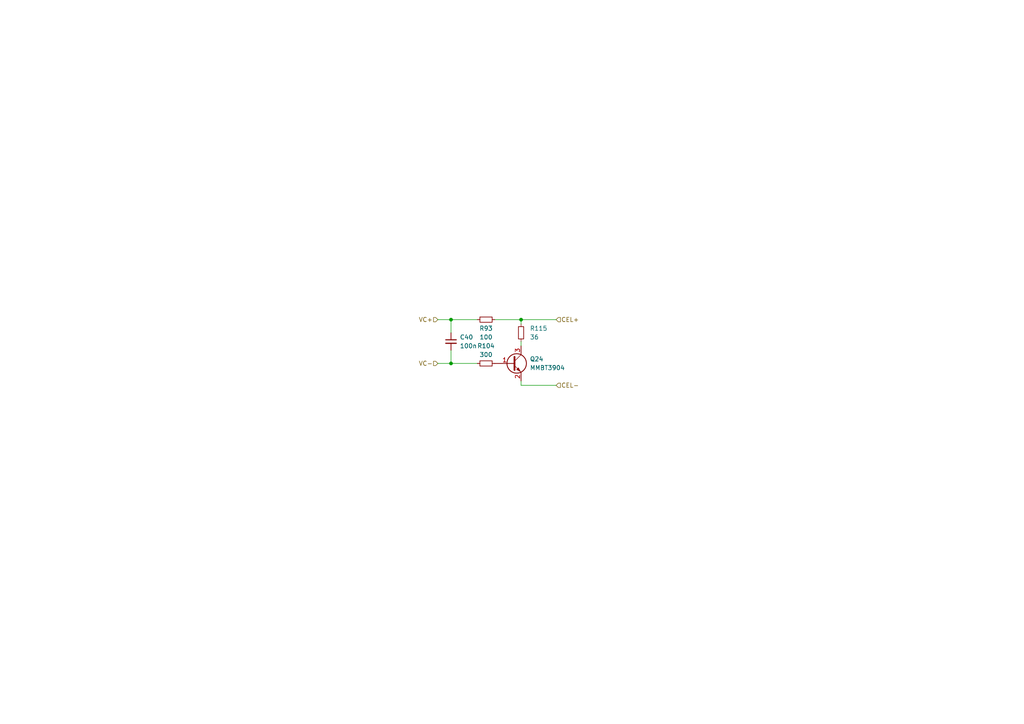
<source format=kicad_sch>
(kicad_sch (version 20250114) (generator "eeschema") (generator_version "9.0")
  (paper "A4")
  (lib_symbols
    (symbol "Device:C_Small" (pin_numbers (hide yes)) (pin_names (offset 0.254) (hide yes))
      (property "Reference" "C" (at 0.254 1.778 0))
      (property "Value" "C_Small" (at 0.254 -2.032 0))
      (symbol "C_Small_0_1"
        (polyline (pts (xy -1.524 0.508) (xy 1.524 0.508)) (stroke (width 0.3048)))
        (polyline (pts (xy -1.524 -0.508) (xy 1.524 -0.508)) (stroke (width 0.3302)))
      )
      (symbol "C_Small_1_1"
        (pin passive line (at 0 2.54 270) (length 2.032) (name "~") (number "1"))
        (pin passive line (at 0 -2.54 90) (length 2.032) (name "~") (number "2"))
      )
    )
    (symbol "Device:R_Small" (pin_numbers (hide yes)) (pin_names (offset 0.254) (hide yes))
      (property "Reference" "R" (at 0.762 0.508 0))
      (property "Value" "R_Small" (at 0.762 -1.016 0))
      (symbol "R_Small_0_1"
        (rectangle (start -0.762 1.778) (end 0.762 -1.778) (stroke (width 0.2032)))
      )
      (symbol "R_Small_1_1"
        (pin passive line (at 0 2.54 270) (length 0.762) (name "~") (number "1"))
        (pin passive line (at 0 -2.54 90) (length 0.762) (name "~") (number "2"))
      )
    )
    (symbol "Transistor_BJT:MMBT3904" (pin_names (offset 0) (hide yes))
      (property "Reference" "Q" (at 5.08 1.905 0))
      (property "Value" "MMBT3904" (at 5.08 0 0))
      (symbol "MMBT3904_0_1"
        (polyline (pts (xy 0.635 1.905) (xy 0.635 -1.905) (xy 0.635 -1.905)) (stroke (width 0.508)))
        (polyline (pts (xy 0.635 0.635) (xy 2.54 2.54)))
        (polyline (pts (xy 0.635 -0.635) (xy 2.54 -2.54) (xy 2.54 -2.54)))
        (circle (center 1.27 0) (radius 2.8194) (stroke (width 0.254)))
        (polyline (pts (xy 1.27 -1.778) (xy 1.778 -1.27) (xy 2.286 -2.286) (xy 1.27 -1.778) (xy 1.27 -1.778)) (fill (type outline)))
      )
      (symbol "MMBT3904_1_1"
        (pin input line (at -5.08 0 0) (length 5.715) (name "B") (number "1"))
        (pin passive line (at 2.54 5.08 270) (length 2.54) (name "C") (number "3"))
        (pin passive line (at 2.54 -5.08 90) (length 2.54) (name "E") (number "2"))
      )
    )
  )
  (junction (at 151.13 92.71))
  (junction (at 130.81 105.41))
  (junction (at 130.81 92.71))
  (wire (pts (xy 130.81 92.71) (xy 138.43 92.71)))
  (wire (pts (xy 127 92.71) (xy 130.81 92.71)))
  (wire (pts (xy 143.51 92.71) (xy 151.13 92.71)))
  (wire (pts (xy 151.13 92.71) (xy 151.13 93.98)))
  (wire (pts (xy 130.81 101.6) (xy 130.81 105.41)))
  (wire (pts (xy 151.13 92.71) (xy 161.29 92.71)))
  (wire (pts (xy 151.13 111.76) (xy 151.13 110.49)))
  (wire (pts (xy 161.29 111.76) (xy 151.13 111.76)))
  (wire (pts (xy 130.81 105.41) (xy 138.43 105.41)))
  (wire (pts (xy 151.13 99.06) (xy 151.13 100.33)))
  (wire (pts (xy 130.81 92.71) (xy 130.81 96.52)))
  (wire (pts (xy 127 105.41) (xy 130.81 105.41)))
  (hierarchical_label "VC+" (shape input) (at 127 92.71 180))
  (hierarchical_label "CEL+" (shape input) (at 161.29 92.71 0))
  (hierarchical_label "VC-" (shape input) (at 127 105.41 180))
  (hierarchical_label "CEL-" (shape input) (at 161.29 111.76 0))
  (symbol (lib_id "Device:C_Small") (at 130.81 99.06 0) (unit 1)
    (property "Reference" "C20" (at 133.35 97.7962 0) (effects (justify left)))
    (property "Value" "100n" (at 133.35 100.3362 0) (effects (justify left)))
    (property "Footprint" "Capacitor_SMD:C_0402_1005Metric" (effects (hide yes)))
    (property "Description" "Unpolarized capacitor, small symbol" (effects (hide yes)))
    (instances (project "greenmobi-bms" (path "" (reference "C40") (unit 1)) (path "" (reference "C42") (unit 1)) (path "" (reference "C48") (unit 1)) (path "" (reference "C39") (unit 1)) (path "" (reference "C53") (unit 1)) (path "" (reference "C43") (unit 1)) (path "" (reference "C21") (unit 1)) (path "" (reference "C35") (unit 1)) (path "" (reference "C38") (unit 1)) (path "" (reference "C47") (unit 1)) (path "" (reference "C51") (unit 1)) (path "" (reference "C25") (unit 1)) (path "" (reference "C52") (unit 1)) (path "" (reference "C33") (unit 1)) (path "" (reference "C27") (unit 1)) (path "" (reference "C29") (unit 1)) (path "" (reference "C23") (unit 1)) (path "" (reference "C46") (unit 1)) (path "" (reference "C44") (unit 1)) (path "" (reference "C22") (unit 1)) (path "" (reference "C31") (unit 1)) (path "" (reference "C32") (unit 1)) (path "" (reference "C34") (unit 1)) (path "" (reference "C26") (unit 1)) (path "" (reference "C41") (unit 1)) (path "" (reference "C20") (unit 1)) (path "" (reference "C49") (unit 1)) (path "" (reference "C50") (unit 1)) (path "" (reference "C24") (unit 1)) (path "" (reference "C30") (unit 1)) (path "" (reference "C45") (unit 1)) (path "" (reference "C28") (unit 1))))
  )
  (symbol (lib_id "Transistor_BJT:MMBT3904") (at 148.59 105.41 0) (unit 1)
    (property "Reference" "Q7" (at 153.67 104.1399 0) (effects (justify left)))
    (property "Value" "MMBT3904" (at 153.67 106.6799 0) (effects (justify left)))
    (property "Footprint" "Package_TO_SOT_SMD:SOT-23" (effects (hide yes)))
    (property "Datasheet" "https://www.onsemi.com/pdf/datasheet/pzt3904-d.pdf" (effects (hide yes)))
    (property "Description" "0.2A Ic, 40V Vce, Small Signal NPN Transistor, SOT-23" (effects (hide yes)))
    (instances (project "greenmobi-bms" (path "" (reference "Q24") (unit 1)) (path "" (reference "Q26") (unit 1)) (path "" (reference "Q31") (unit 1)) (path "" (reference "Q38") (unit 1)) (path "" (reference "Q30") (unit 1)) (path "" (reference "Q27") (unit 1)) (path "" (reference "Q8") (unit 1)) (path "" (reference "Q22") (unit 1)) (path "" (reference "Q37") (unit 1)) (path "" (reference "Q32") (unit 1)) (path "" (reference "Q35") (unit 1)) (path "" (reference "Q12") (unit 1)) (path "" (reference "Q36") (unit 1)) (path "" (reference "Q20") (unit 1)) (path "" (reference "Q14") (unit 1)) (path "" (reference "Q16") (unit 1)) (path "" (reference "Q10") (unit 1)) (path "" (reference "Q29") (unit 1)) (path "" (reference "Q28") (unit 1)) (path "" (reference "Q9") (unit 1)) (path "" (reference "Q18") (unit 1)) (path "" (reference "Q19") (unit 1)) (path "" (reference "Q21") (unit 1)) (path "" (reference "Q13") (unit 1)) (path "" (reference "Q25") (unit 1)) (path "" (reference "Q7") (unit 1)) (path "" (reference "Q33") (unit 1)) (path "" (reference "Q34") (unit 1)) (path "" (reference "Q11") (unit 1)) (path "" (reference "Q17") (unit 1)) (path "" (reference "Q23") (unit 1)) (path "" (reference "Q15") (unit 1))))
  )
  (symbol (lib_id "Device:R_Small") (at 140.97 92.71 90) (unit 1)
    (property "Reference" "R32" (at 140.97 95.25 90))
    (property "Value" "100" (at 140.97 97.79 90))
    (property "Footprint" "Resistor_SMD:R_0402_1005Metric" (effects (hide yes)))
    (property "Description" "Resistor, small symbol" (effects (hide yes)))
    (instances (project "greenmobi-bms" (path "" (reference "R93") (unit 1)) (path "" (reference "R86") (unit 1)) (path "" (reference "R83") (unit 1)) (path "" (reference "R91") (unit 1)) (path "" (reference "R85") (unit 1)) (path "" (reference "R90") (unit 1)) (path "" (reference "R35") (unit 1)) (path "" (reference "R77") (unit 1)) (path "" (reference "R94") (unit 1)) (path "" (reference "R84") (unit 1)) (path "" (reference "R92") (unit 1)) (path "" (reference "R47") (unit 1)) (path "" (reference "R95") (unit 1)) (path "" (reference "R71") (unit 1)) (path "" (reference "R53") (unit 1)) (path "" (reference "R59") (unit 1)) (path "" (reference "R41") (unit 1)) (path "" (reference "R87") (unit 1)) (path "" (reference "R89") (unit 1)) (path "" (reference "R38") (unit 1)) (path "" (reference "R65") (unit 1)) (path "" (reference "R68") (unit 1)) (path "" (reference "R74") (unit 1)) (path "" (reference "R50") (unit 1)) (path "" (reference "R82") (unit 1)) (path "" (reference "R32") (unit 1)) (path "" (reference "R81") (unit 1)) (path "" (reference "R80") (unit 1)) (path "" (reference "R44") (unit 1)) (path "" (reference "R62") (unit 1)) (path "" (reference "R88") (unit 1)) (path "" (reference "R56") (unit 1))))
  )
  (symbol (lib_id "Device:R_Small") (at 151.13 96.52 0) (unit 1)
    (property "Reference" "R34" (at 153.67 95.2499 0) (effects (justify left)))
    (property "Value" "36" (at 153.67 97.7899 0) (effects (justify left)))
    (property "Footprint" "Resistor_SMD:R_1210_3225Metric" (effects (hide yes)))
    (property "Description" "Resistor, small symbol" (effects (hide yes)))
    (property "LCSC" "C3000629" (effects (hide yes)))
    (instances (project "greenmobi-bms" (path "" (reference "R115") (unit 1)) (path "" (reference "R113") (unit 1)) (path "" (reference "R121") (unit 1)) (path "" (reference "R127") (unit 1)) (path "" (reference "R119") (unit 1)) (path "" (reference "R114") (unit 1)) (path "" (reference "R37") (unit 1)) (path "" (reference "R79") (unit 1)) (path "" (reference "R126") (unit 1)) (path "" (reference "R120") (unit 1)) (path "" (reference "R124") (unit 1)) (path "" (reference "R49") (unit 1)) (path "" (reference "R125") (unit 1)) (path "" (reference "R73") (unit 1)) (path "" (reference "R55") (unit 1)) (path "" (reference "R61") (unit 1)) (path "" (reference "R43") (unit 1)) (path "" (reference "R118") (unit 1)) (path "" (reference "R116") (unit 1)) (path "" (reference "R40") (unit 1)) (path "" (reference "R67") (unit 1)) (path "" (reference "R70") (unit 1)) (path "" (reference "R76") (unit 1)) (path "" (reference "R52") (unit 1)) (path "" (reference "R112") (unit 1)) (path "" (reference "R34") (unit 1)) (path "" (reference "R122") (unit 1)) (path "" (reference "R123") (unit 1)) (path "" (reference "R46") (unit 1)) (path "" (reference "R64") (unit 1)) (path "" (reference "R117") (unit 1)) (path "" (reference "R58") (unit 1))))
  )
  (symbol (lib_id "Device:R_Small") (at 140.97 105.41 90) (unit 1)
    (property "Reference" "R33" (at 140.97 100.33 90))
    (property "Value" "300" (at 140.97 102.87 90))
    (property "Footprint" "Resistor_SMD:R_0402_1005Metric" (effects (hide yes)))
    (property "Description" "Resistor, small symbol" (effects (hide yes)))
    (instances (project "greenmobi-bms" (path "" (reference "R104") (unit 1)) (path "" (reference "R96") (unit 1)) (path "" (reference "R106") (unit 1)) (path "" (reference "R98") (unit 1)) (path "" (reference "R103") (unit 1)) (path "" (reference "R99") (unit 1)) (path "" (reference "R36") (unit 1)) (path "" (reference "R78") (unit 1)) (path "" (reference "R102") (unit 1)) (path "" (reference "R105") (unit 1)) (path "" (reference "R111") (unit 1)) (path "" (reference "R48") (unit 1)) (path "" (reference "R107") (unit 1)) (path "" (reference "R72") (unit 1)) (path "" (reference "R54") (unit 1)) (path "" (reference "R60") (unit 1)) (path "" (reference "R42") (unit 1)) (path "" (reference "R101") (unit 1)) (path "" (reference "R97") (unit 1)) (path "" (reference "R39") (unit 1)) (path "" (reference "R66") (unit 1)) (path "" (reference "R69") (unit 1)) (path "" (reference "R75") (unit 1)) (path "" (reference "R51") (unit 1)) (path "" (reference "R109") (unit 1)) (path "" (reference "R33") (unit 1)) (path "" (reference "R108") (unit 1)) (path "" (reference "R110") (unit 1)) (path "" (reference "R45") (unit 1)) (path "" (reference "R63") (unit 1)) (path "" (reference "R100") (unit 1)) (path "" (reference "R57") (unit 1))))
  )
)
</source>
